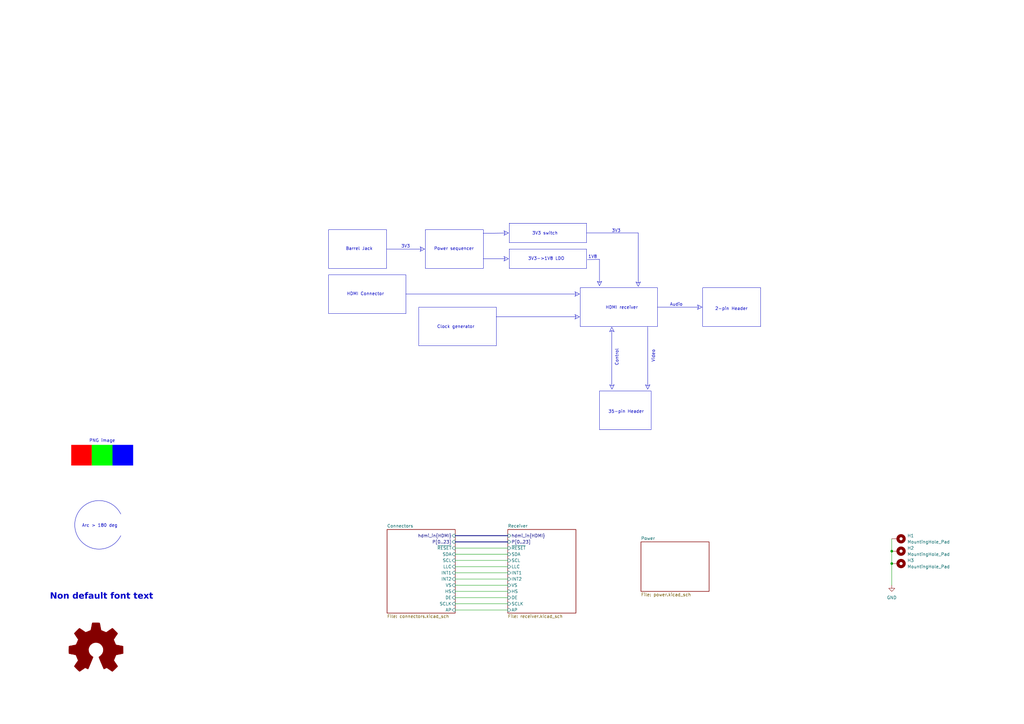
<source format=kicad_sch>
(kicad_sch (version 20231120) (generator "eeschema") (generator_version "8.0")
  (paper "A3")
  (title_block (title "test_project") (date "18.10.2024") (rev "1.0.0") (company "Antmicro"))
  (lib_symbols
    (symbol "test_project:DIAC" (pin_numbers hide) (pin_names (offset 1.016) hide)
      (property "Reference" "D" (at 0 3.81 0))
      (property "Value" "DIAC" (at 0 -3.81 0))
      (symbol "DIAC_0_1"
        (polyline (pts (xy -1.27 -2.54) (xy -1.27 2.54) (xy 1.27 1.27) (xy -1.27 0)) (stroke (width 0.254)) (fill (type outline)))
        (polyline (pts (xy 1.27 2.54) (xy 1.27 -2.54) (xy -1.27 -1.27) (xy 1.27 0)) (stroke (width 0.254)) (fill (type outline)))
      )
      (symbol "DIAC_1_1"
        (pin passive line (at -3.81 0 0) (length 2.54) (name "K") (number "1"))
        (pin passive line (at 3.81 0 180) (length 2.54) (name "A") (number "2"))
      )
    )
    (symbol "test_project:Logo_Open_Hardware_Large" (in_bom no) (on_board no)
      (symbol "Logo_Open_Hardware_Large_1_1"
        (polyline (pts (xy 6.731 -8.7122) (xy 6.6294 -8.6614) (xy 6.35 -8.4836) (xy 5.9944 -8.255) (xy 5.5372 -7.9502) (xy 5.1054 -7.6454) (xy 4.7498 -7.4168) (xy 4.4958 -7.239) (xy 4.3942 -7.1882) (xy 4.318 -7.2136) (xy 4.1148 -7.3152) (xy 3.81 -7.4676) (xy 3.6322 -7.5692) (xy 3.3528 -7.6708) (xy 3.2258 -7.6962) (xy 3.2004 -7.6708) (xy 3.0988 -7.4676) (xy 2.9464 -7.0866) (xy 2.7178 -6.604) (xy 2.4892 -6.0452) (xy 2.2352 -5.4356) (xy 1.9558 -4.826) (xy 1.7272 -4.2164) (xy 1.4986 -3.683) (xy 1.3208 -3.2512) (xy 1.2192 -2.9464) (xy 1.1684 -2.8194) (xy 1.1938 -2.794) (xy 1.3208 -2.667) (xy 1.5748 -2.4892) (xy 2.0828 -2.0574) (xy 2.6162 -1.397) (xy 2.921 -0.6604) (xy 3.048 0.1524) (xy 2.9464 0.9144) (xy 2.6416 1.6256) (xy 2.1336 2.286) (xy 1.524 2.7686) (xy 0.8128 3.0734) (xy 0 3.175) (xy -0.762 3.0988) (xy -1.4986 2.794) (xy -2.159 2.286) (xy -2.4384 1.9812) (xy -2.8194 1.3208) (xy -3.048 0.6096) (xy -3.0734 0.4318) (xy -3.0226 -0.3556) (xy -2.794 -1.0922) (xy -2.3876 -1.7526) (xy -1.8288 -2.3114) (xy -1.7526 -2.3622) (xy -1.4732 -2.5654) (xy -1.2954 -2.6924) (xy -1.1684 -2.8194) (xy -2.159 -5.207) (xy -2.3114 -5.588) (xy -2.5908 -6.2484) (xy -2.8194 -6.8072) (xy -3.0226 -7.2644) (xy -3.1496 -7.5692) (xy -3.2258 -7.6708) (xy -3.2258 -7.6962) (xy -3.302 -7.6962) (xy -3.4798 -7.6454) (xy -3.8354 -7.4676) (xy -4.0386 -7.366) (xy -4.2926 -7.239) (xy -4.4196 -7.1882) (xy -4.5212 -7.239) (xy -4.7498 -7.3914) (xy -5.1054 -7.6454) (xy -5.5372 -7.9248) (xy -5.9436 -8.2042) (xy -6.3246 -8.4582) (xy -6.604 -8.636) (xy -6.731 -8.7122) (xy -6.7564 -8.7122) (xy -6.858 -8.636) (xy -7.0866 -8.4582) (xy -7.4168 -8.1534) (xy -7.874 -7.6962) (xy -7.9502 -7.62) (xy -8.3312 -7.239) (xy -8.636 -6.9088) (xy -8.8392 -6.6802) (xy -8.9154 -6.5786) (xy -8.9154 -6.5786) (xy -8.8392 -6.4516) (xy -8.6614 -6.1722) (xy -8.4328 -5.7912) (xy -8.128 -5.3594) (xy -7.3152 -4.191) (xy -7.7724 -3.0988) (xy -7.8994 -2.7686) (xy -8.0772 -2.3622) (xy -8.2042 -2.0828) (xy -8.255 -1.9558) (xy -8.382 -1.905) (xy -8.6614 -1.8542) (xy -9.0932 -1.7526) (xy -9.6266 -1.651) (xy -10.1092 -1.5748) (xy -10.541 -1.4732) (xy -10.8712 -1.4224) (xy -11.0236 -1.397) (xy -11.049 -1.3716) (xy -11.0744 -1.2954) (xy -11.0998 -1.143) (xy -11.0998 -0.889) (xy -11.1252 -0.4572) (xy -11.1252 0.1524) (xy -11.1252 0.2286) (xy -11.0998 0.8128) (xy -11.0998 1.27) (xy -11.0744 1.5494) (xy -11.0744 1.6764) (xy -11.0744 1.6764) (xy -10.922 1.7018) (xy -10.6172 1.778) (xy -10.16 1.8542) (xy -9.652 1.9558) (xy -9.6012 1.9812) (xy -9.0932 2.0828) (xy -8.636 2.159) (xy -8.3312 2.2352) (xy -8.2042 2.286) (xy -8.1788 2.3114) (xy -8.0772 2.5146) (xy -7.9248 2.8448) (xy -7.747 3.2512) (xy -7.5692 3.6576) (xy -7.4168 4.0386) (xy -7.3152 4.318) (xy -7.2898 4.445) (xy -7.2898 4.445) (xy -7.366 4.572) (xy -7.5438 4.826) (xy -7.7978 5.207) (xy -8.128 5.6642) (xy -8.128 5.6896) (xy -8.4328 6.1468) (xy -8.6868 6.5278) (xy -8.8392 6.7818) (xy -8.9154 6.9088) (xy -8.9154 6.9088) (xy -8.8138 7.0358) (xy -8.5852 7.2898) (xy -8.255 7.6454) (xy -7.874 8.0264) (xy -7.747 8.1534) (xy -7.3152 8.5852) (xy -7.0104 8.8646) (xy -6.8326 8.9916) (xy -6.731 9.0424) (xy -6.731 9.0424) (xy -6.604 8.9408) (xy -6.3246 8.763) (xy -5.9436 8.509) (xy -5.4864 8.2042) (xy -5.461 8.1788) (xy -5.0038 7.874) (xy -4.6482 7.62) (xy -4.3688 7.4422) (xy -4.2672 7.3914) (xy -4.2418 7.3914) (xy -4.064 7.4422) (xy -3.7338 7.5438) (xy -3.3528 7.6962) (xy -2.9464 7.874) (xy -2.5654 8.0264) (xy -2.286 8.1534) (xy -2.159 8.2296) (xy -2.159 8.2296) (xy -2.1082 8.382) (xy -2.032 8.7122) (xy -1.9304 9.1694) (xy -1.8288 9.7282) (xy -1.8034 9.8044) (xy -1.7018 10.3378) (xy -1.6256 10.7696) (xy -1.5748 11.0744) (xy -1.524 11.2014) (xy -1.4478 11.2268) (xy -1.1938 11.2522) (xy -0.8128 11.2522) (xy -0.3302 11.2522) (xy 0.1524 11.2522) (xy 0.6604 11.2522) (xy 1.0668 11.2268) (xy 1.3716 11.2014) (xy 1.4986 11.176) (xy 1.4986 11.176) (xy 1.5494 11.0236) (xy 1.6256 10.6934) (xy 1.7018 10.2108) (xy 1.8288 9.6774) (xy 1.8288 9.5758) (xy 1.9304 9.0424) (xy 2.032 8.6106) (xy 2.0828 8.3058) (xy 2.1336 8.2042) (xy 2.159 8.1788) (xy 2.3876 8.0772) (xy 2.7432 7.9248) (xy 3.175 7.747) (xy 4.191 7.3406) (xy 5.461 8.2042) (xy 5.5626 8.2804) (xy 6.0198 8.5852) (xy 6.3754 8.8392) (xy 6.6294 8.9916) (xy 6.7564 9.0424) (xy 6.7564 9.0424) (xy 6.8834 8.9408) (xy 7.1374 8.7122) (xy 7.4676 8.382) (xy 7.8486 7.9756) (xy 8.1534 7.6962) (xy 8.4836 7.3406) (xy 8.7122 7.112) (xy 8.8392 6.9596) (xy 8.8646 6.858) (xy 8.8646 6.8072) (xy 8.7884 6.6802) (xy 8.6106 6.4008) (xy 8.3312 6.0198) (xy 8.0264 5.588) (xy 7.7978 5.207) (xy 7.5184 4.8006) (xy 7.3406 4.4958) (xy 7.2898 4.3434) (xy 7.2898 4.2926) (xy 7.3914 4.0386) (xy 7.5184 3.683) (xy 7.7216 3.2258) (xy 8.1534 2.2352) (xy 8.7884 2.1082) (xy 9.1948 2.0574) (xy 9.7536 1.9304) (xy 10.2616 1.8288) (xy 11.0998 1.6764) (xy 11.1252 -1.3208) (xy 10.9982 -1.3716) (xy 10.8712 -1.397) (xy 10.5664 -1.4732) (xy 10.1346 -1.5494) (xy 9.6266 -1.651) (xy 9.1948 -1.7272) (xy 8.7376 -1.8288) (xy 8.4328 -1.8796) (xy 8.2804 -1.905) (xy 8.255 -1.9558) (xy 8.1534 -2.159) (xy 7.9756 -2.5146) (xy 7.8232 -2.921) (xy 7.6454 -3.3274) (xy 7.493 -3.7338) (xy 7.366 -4.0132) (xy 7.3406 -4.191) (xy 7.3914 -4.2926) (xy 7.5692 -4.5466) (xy 7.7978 -4.9276) (xy 8.1026 -5.3594) (xy 8.4074 -5.7912) (xy 8.6614 -6.1722) (xy 8.8138 -6.4262) (xy 8.89 -6.5532) (xy 8.8646 -6.6548) (xy 8.6868 -6.858) (xy 8.3566 -7.1882) (xy 7.874 -7.6708) (xy 7.7978 -7.747) (xy 7.3914 -8.128) (xy 7.0612 -8.4328) (xy 6.8326 -8.636) (xy 6.731 -8.7122)) (fill (type outline)))
      )
    )
    (symbol "test_project:MountingHole_Pad" (pin_numbers hide) (pin_names (offset 1.016) hide) (exclude_from_sim yes) (in_bom no)
      (property "Reference" "H" (at 0 6.35 0))
      (property "Value" "MountingHole_Pad" (at 0 4.445 0))
      (symbol "MountingHole_Pad_0_1"
        (circle (center 0 1.27) (radius 1.27) (stroke (width 1.27)))
      )
      (symbol "MountingHole_Pad_1_1"
        (pin input line (at 0 -2.54 90) (length 2.54) (name "1") (number "1"))
      )
    )
    (symbol "test_project:GND" (power) (pin_numbers hide) (pin_names (offset 0) hide)
      (property "Value" "GND" (at 0 -3.81 0))
      (symbol "GND_0_1"
        (polyline (pts (xy 0 0) (xy 0 -1.27) (xy 1.27 -1.27) (xy 0 -2.54) (xy -1.27 -1.27) (xy 0 -1.27)))
      )
      (symbol "GND_1_1"
        (pin power_in line (at 0 0 270) (length 0) (name "~") (number "1"))
      )
    )
  )
  (bus_alias "" (members))
  (bus_alias "HDMI" (members "D2+" "D2-" "D1+" "D1-" "D0+" "D0-" "CK+" "CK-" "HPD" "SDA" "SCL" "CEC"))
  (junction (at 365.76 231.14))
  (junction (at 365.76 226.06))
  (polyline (pts (xy 198.2523 106.1244) (xy 207.1502 106.1244)) (stroke (width 0) (type solid)))
  (wire (pts (xy 365.76 226.06) (xy 365.76 231.14)))
  (wire (pts (xy 186.69 247.65) (xy 208.28 247.65)))
  (bus (pts (xy 186.69 219.71) (xy 208.28 219.71)))
  (wire (pts (xy 365.76 220.98) (xy 365.76 226.06)))
  (wire (pts (xy 186.69 234.95) (xy 208.28 234.95)))
  (polyline (pts (xy 245.8773 106.389) (xy 245.8773 115.8161)) (stroke (width 0) (type solid)))
  (wire (pts (xy 186.69 232.41) (xy 208.28 232.41)))
  (wire (pts (xy 186.69 245.11) (xy 208.28 245.11)))
  (wire (pts (xy 186.69 224.79) (xy 208.28 224.79)))
  (polyline (pts (xy 240.5856 95.541) (xy 261.7523 95.541)) (stroke (width 0) (type solid)))
  (wire (pts (xy 186.69 250.19) (xy 208.28 250.19)))
  (polyline (pts (xy 250.9368 157.9439) (xy 250.9414 135.5751)) (stroke (width 0) (type solid)))
  (polyline (pts (xy 198.2047 95.7104) (xy 207.1502 95.5675)) (stroke (width 0) (type solid)))
  (wire (pts (xy 186.69 240.03) (xy 208.28 240.03)))
  (polyline (pts (xy 166.5023 120.5865) (xy 236.2544 120.5865)) (stroke (width 0) (type solid)))
  (polyline (pts (xy 240.9031 106.4577) (xy 245.8773 106.389)) (stroke (width 0) (type solid)))
  (bus (pts (xy 186.69 222.25) (xy 208.28 222.25)))
  (polyline (pts (xy 261.7523 95.541) (xy 261.7523 116.0806)) (stroke (width 0) (type solid)))
  (wire (pts (xy 186.69 242.57) (xy 208.28 242.57)))
  (wire (pts (xy 365.76 231.14) (xy 365.76 240.03)))
  (wire (pts (xy 186.69 237.49) (xy 208.28 237.49)))
  (polyline (pts (xy 203.544 129.9369) (xy 236.2544 129.9369)) (stroke (width 0) (type solid)))
  (wire (pts (xy 186.69 229.87) (xy 208.28 229.87)))
  (wire (pts (xy 186.69 227.33) (xy 208.28 227.33)))
  (polyline (pts (xy 269.6898 125.9681) (xy 286.5252 125.9681)) (stroke (width 0) (type solid)))
  (polyline (pts (xy 265.6258 134.0326) (xy 265.6407 157.9838)) (stroke (width 0) (type solid)))
  (polyline (pts (xy 158.5648 102.1556) (xy 172.7544 102.1556)) (stroke (width 0) (type solid)))
  (polyline (pts (xy 208.5393 95.5463) (xy 206.7031 96.5015) (xy 207.1502 95.5675) (xy 206.674 94.6494) (xy 208.5393 95.5463)) (stroke (width 0) (type solid)) (fill (type color)))
  (polyline (pts (xy 237.6435 120.5865) (xy 235.7914 121.5125) (xy 236.2544 120.5865) (xy 235.7914 119.6605) (xy 237.6435 120.5865)) (stroke (width 0) (type solid)) (fill (type color)))
  (polyline (pts (xy 208.5393 106.1244) (xy 206.6872 107.0504) (xy 207.1502 106.1244) (xy 206.6872 105.1983) (xy 208.5393 106.1244)) (stroke (width 0) (type solid)) (fill (type color)))
  (polyline (pts (xy 203.544 141.8431) (xy 171.794 141.8431) (xy 171.794 125.9681) (xy 203.544 125.9681) (xy 203.544 141.8431)) (stroke (width 0) (type solid)) (fill (type color) (color 255 255 255 1)))
  (polyline (pts (xy 174.1435 102.1556) (xy 172.2914 103.0817) (xy 172.7544 102.1556) (xy 172.2914 101.2296) (xy 174.1435 102.1556)) (stroke (width 0) (type solid)) (fill (type color)))
  (polyline (pts (xy 250.9966 159.6345) (xy 250.052 157.7904) (xy 250.9834 158.2455) (xy 251.9041 157.7745) (xy 250.9966 159.6345)) (stroke (width 0) (type solid)) (fill (type color)))
  (polyline (pts (xy 158.5648 110.0931) (xy 134.7523 110.0931) (xy 134.7523 94.2181) (xy 158.5648 94.2181) (xy 158.5648 110.0931)) (stroke (width 0) (type solid)) (fill (type color) (color 255 255 255 1)))
  (polyline (pts (xy 237.6435 129.9369) (xy 235.7914 130.8629) (xy 236.2544 129.9369) (xy 235.7914 129.0108) (xy 237.6435 129.9369)) (stroke (width 0) (type solid)) (fill (type color)))
  (polyline (pts (xy 269.6898 133.9056) (xy 237.9398 133.9056) (xy 237.9398 118.0306) (xy 269.6898 118.0306) (xy 269.6898 133.9056)) (stroke (width 0) (type solid)) (fill (type color) (color 255 255 255 1)))
  (polyline (pts (xy 287.9143 125.9681) (xy 286.0622 126.8942) (xy 286.5252 125.9681) (xy 286.0622 125.0421) (xy 287.9143 125.9681)) (stroke (width 0) (type solid)) (fill (type color)))
  (polyline (pts (xy 198.2523 110.0931) (xy 174.4398 110.0931) (xy 174.4398 94.2181) (xy 198.2523 94.2181) (xy 198.2523 110.0931)) (stroke (width 0) (type solid)) (fill (type color) (color 255 255 255 1)))
  (polyline (pts (xy 267.044 176.239) (xy 245.8773 176.239) (xy 245.8773 160.364) (xy 267.044 160.364) (xy 267.044 176.239)) (stroke (width 0) (type solid)) (fill (type color) (color 255 255 255 1)))
  (polyline (pts (xy 251.8727 136.0302) (xy 250.9414 135.5751) (xy 250.0207 136.0461) (xy 250.9282 134.1861) (xy 251.8727 136.0302)) (stroke (width 0) (type solid)) (fill (type color)))
  (polyline (pts (xy 240.5856 99.5098) (xy 208.8356 99.5098) (xy 208.8356 91.5723) (xy 240.5856 91.5723) (xy 240.5856 99.5098)) (stroke (width 0) (type solid)) (fill (type color) (color 255 255 255 1)))
  (polyline (pts (xy 261.7523 117.4697) (xy 260.8262 115.6176) (xy 261.7523 116.0806) (xy 262.6783 115.6176) (xy 261.7523 117.4697)) (stroke (width 0) (type solid)) (fill (type color)))
  (polyline (pts (xy 265.6633 159.6377) (xy 264.7293 157.7909) (xy 265.6554 158.2487) (xy 266.5814 157.783) (xy 265.6633 159.6377)) (stroke (width 0) (type solid)) (fill (type color)))
  (polyline (pts (xy 312.0231 133.9056) (xy 288.2106 133.9056) (xy 288.2106 118.0306) (xy 312.0231 118.0306) (xy 312.0231 133.9056)) (stroke (width 0) (type solid)) (fill (type color) (color 255 255 255 1)))
  (polyline (pts (xy 166.5023 128.614) (xy 134.7523 128.614) (xy 134.7523 112.739) (xy 166.5023 112.739) (xy 166.5023 128.614)) (stroke (width 0) (type solid)) (fill (type color) (color 255 255 255 1)))
  (polyline (pts (xy 240.5856 110.0931) (xy 208.8356 110.0931) (xy 208.8356 102.1556) (xy 240.5856 102.1556) (xy 240.5856 110.0931)) (stroke (width 0) (type solid)) (fill (type color) (color 255 255 255 1)))
  (polyline (pts (xy 245.8773 117.2051) (xy 244.9512 115.353) (xy 245.8773 115.8161) (xy 246.8033 115.353) (xy 245.8773 117.2051)) (stroke (width 0) (type solid)) (fill (type color)))
  (arc (start 49.53 219.71) (mid 30.6664 215.265) (end 49.53 210.82))
  (image (at 41.91 186.69))
  (text "Control" (at 252.984 146.558 90) (effects (font (size 1.27 1.27))))
  (text "Arc > 180 deg" (at 40.894 215.646 0) (effects (font (size 1.27 1.27))))
  (text "PNG image" (at 41.91 180.848 0) (effects (font (size 1.27 1.27))))
  (text "3V3" (at 252.73 94.742 0) (effects (font (size 1.27 1.27))))
  (text "Video" (at 267.97 146.05 90) (effects (font (size 1.27 1.27))))
  (text "1V8" (at 243.078 105.41 0) (effects (font (size 1.27 1.27))))
  (text "Audio" (at 277.368 124.968 0) (effects (font (size 1.27 1.27))))
  (text "3V3 switch" (at 223.52 95.758 0) (effects (font (size 1.27 1.27))))
  (text "Power sequencer\n" (at 186.182 102.108 0) (effects (font (size 1.27 1.27))))
  (text "2-pin Header" (at 299.974 126.746 0) (effects (font (size 1.27 1.27))))
  (text "35-pin Header" (at 256.794 168.91 0) (effects (font (size 1.27 1.27))))
  (text "3V3->1V8 LDO" (at 224.028 106.172 0) (effects (font (size 1.27 1.27))))
  (text "3V3" (at 166.37 101.092 0) (effects (font (size 1.27 1.27))))
  (text "Barrel Jack" (at 147.32 102.108 0) (effects (font (size 1.27 1.27))))
  (text "Non default font text" (at 41.656 245.364 0) (effects (font (size 2.54 2.54) (thickness 0.508) (bold yes))))
  (text "Clock generator" (at 186.944 134.112 0) (effects (font (size 1.27 1.27))))
  (text "HDMI Connector" (at 149.86 120.65 0) (effects (font (size 1.27 1.27))))
  (text "HDMI receiver\n" (at 255.016 126.238 0) (effects (font (size 1.27 1.27))))
  (symbol (lib_id "test_project:MountingHole_Pad") (at 368.3 220.98 270) (unit 1) (exclude_from_sim yes) (in_bom no)
    (property "Reference" "H1" (at 372.11 219.7099 90) (effects (justify left)))
    (property "Value" "MountingHole_Pad" (at 372.11 222.2499 90) (effects (justify left)))
    (property "Footprint" "test_project-footprints:MountingHole_2.2mm_M2_DIN965_Pad" (effects (hide yes)))
    (property "Description" "Mounting Hole with connection" (effects (hide yes)))
  )
  (symbol (lib_id "test_project:MountingHole_Pad") (at 368.3 226.06 270) (unit 1) (exclude_from_sim yes) (in_bom no)
    (property "Reference" "H2" (at 372.11 224.7899 90) (effects (justify left)))
    (property "Value" "MountingHole_Pad" (at 372.11 227.3299 90) (effects (justify left)))
    (property "Footprint" "test_project-footprints:MountingHole_2.2mm_M2_DIN965_Pad" (effects (hide yes)))
    (property "Description" "Mounting Hole with connection" (effects (hide yes)))
  )
  (symbol (lib_id "test_project:MountingHole_Pad") (at 368.3 231.14 270) (unit 1) (exclude_from_sim yes) (in_bom no)
    (property "Reference" "H3" (at 372.11 229.8699 90) (effects (justify left)))
    (property "Value" "MountingHole_Pad" (at 372.11 232.4099 90) (effects (justify left)))
    (property "Footprint" "test_project-footprints:MountingHole_2.2mm_M2_DIN965_Pad" (effects (hide yes)))
    (property "Description" "Mounting Hole with connection" (effects (hide yes)))
  )
  (symbol (lib_id "test_project:Logo_Open_Hardware_Large") (at 39.37 266.7 0) (unit 1) (exclude_from_sim yes) (in_bom no) (on_board no)
    (property "Reference" "#SYM1" (effects (hide yes)))
    (property "Value" "Logo_Open_Hardware_Large" (effects (hide yes)))
    (property "Description" "Open Hardware logo, large" (effects (hide yes)))
  )
  (symbol (lib_id "test_project:GND") (at 365.76 240.03 0) (unit 1)
    (property "Reference" "#PWR041" (effects (hide yes)))
    (property "Value" "GND" (at 365.76 245.11 0))
    (property "Description" "Power symbol creates a global label with name \"GND\" , ground" (effects (hide yes)))
  )
  (sheet (at 208.28 217.17) (size 27.94 34.29) (stroke (width 0.1524))
    (property "Sheetname" "Receiver" (at 208.28 216.4584 0) (effects (justify left bottom)))
    (property "Sheetfile" "receiver.kicad_sch" (at 208.28 252.0446 0) (effects (justify left top)))
    (pin "hdmi_in{HDMI}" input (at 208.28 219.71 180))
    (pin "~{RESET}" input (at 208.28 224.79 180))
    (pin "P[0..23]" input (at 208.28 222.25 180))
    (pin "SDA" input (at 208.28 227.33 180))
    (pin "SCL" input (at 208.28 229.87 180))
    (pin "VS" input (at 208.28 240.03 180))
    (pin "HS" input (at 208.28 242.57 180))
    (pin "DE" input (at 208.28 245.11 180))
    (pin "LLC" input (at 208.28 232.41 180))
    (pin "INT1" input (at 208.28 234.95 180))
    (pin "INT2" input (at 208.28 237.49 180))
    (pin "AP" input (at 208.28 250.19 180))
    (pin "SCLK" input (at 208.28 247.65 180))
  )
  (sheet (at 158.75 217.17) (size 27.94 34.29) (stroke (width 0.1524))
    (property "Sheetname" "Connectors" (at 158.75 216.4584 0) (effects (justify left bottom)))
    (property "Sheetfile" "connectors.kicad_sch" (at 158.75 252.0446 0) (effects (justify left top)))
    (pin "hdmi_in{HDMI}" input (at 186.69 219.71 0))
    (pin "P[0..23]" input (at 186.69 222.25 0))
    (pin "VS" input (at 186.69 240.03 0))
    (pin "DE" input (at 186.69 245.11 0))
    (pin "INT1" input (at 186.69 234.95 0))
    (pin "INT2" input (at 186.69 237.49 0))
    (pin "HS" input (at 186.69 242.57 0))
    (pin "LLC" input (at 186.69 232.41 0))
    (pin "~{RESET}" input (at 186.69 224.79 0))
    (pin "SCL" input (at 186.69 229.87 0))
    (pin "SDA" input (at 186.69 227.33 0))
    (pin "SCLK" input (at 186.69 247.65 0))
    (pin "AP" input (at 186.69 250.19 0))
  )
  (sheet (at 262.89 222.25) (size 27.94 20.32) (stroke (width 0.1524))
    (property "Sheetname" "Power" (at 262.89 221.5384 0) (effects (justify left bottom)))
    (property "Sheetfile" "power.kicad_sch" (at 262.89 243.1546 0) (effects (justify left top)))
  )
)
</source>
